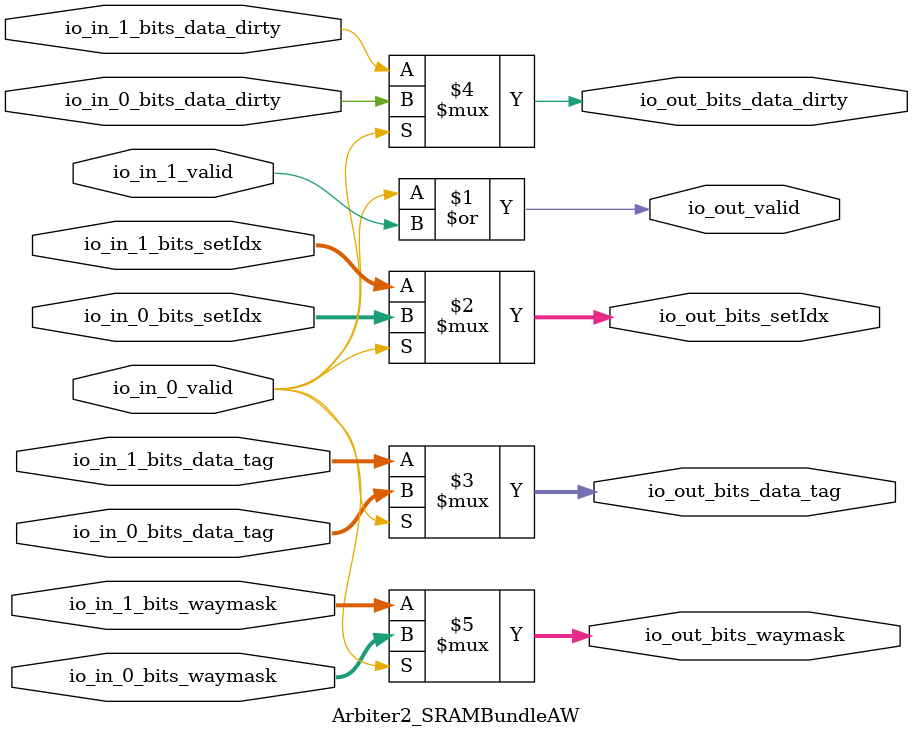
<source format=sv>
`ifndef RANDOMIZE
  `ifdef RANDOMIZE_MEM_INIT
    `define RANDOMIZE
  `endif // RANDOMIZE_MEM_INIT
`endif // not def RANDOMIZE
`ifndef RANDOMIZE
  `ifdef RANDOMIZE_REG_INIT
    `define RANDOMIZE
  `endif // RANDOMIZE_REG_INIT
`endif // not def RANDOMIZE

`ifndef RANDOM
  `define RANDOM $random
`endif // not def RANDOM

// Users can define INIT_RANDOM as general code that gets injected into the
// initializer block for modules with registers.
`ifndef INIT_RANDOM
  `define INIT_RANDOM
`endif // not def INIT_RANDOM

// If using random initialization, you can also define RANDOMIZE_DELAY to
// customize the delay used, otherwise 0.002 is used.
`ifndef RANDOMIZE_DELAY
  `define RANDOMIZE_DELAY 0.002
`endif // not def RANDOMIZE_DELAY

// Define INIT_RANDOM_PROLOG_ for use in our modules below.
`ifndef INIT_RANDOM_PROLOG_
  `ifdef RANDOMIZE
    `ifdef VERILATOR
      `define INIT_RANDOM_PROLOG_ `INIT_RANDOM
    `else  // VERILATOR
      `define INIT_RANDOM_PROLOG_ `INIT_RANDOM #`RANDOMIZE_DELAY begin end
    `endif // VERILATOR
  `else  // RANDOMIZE
    `define INIT_RANDOM_PROLOG_
  `endif // RANDOMIZE
`endif // not def INIT_RANDOM_PROLOG_

// Include register initializers in init blocks unless synthesis is set
`ifndef SYNTHESIS
  `ifndef ENABLE_INITIAL_REG_
    `define ENABLE_INITIAL_REG_
  `endif // not def ENABLE_INITIAL_REG_
`endif // not def SYNTHESIS

// Include rmemory initializers in init blocks unless synthesis is set
`ifndef SYNTHESIS
  `ifndef ENABLE_INITIAL_MEM_
    `define ENABLE_INITIAL_MEM_
  `endif // not def ENABLE_INITIAL_MEM_
`endif // not def SYNTHESIS

// Standard header to adapt well known macros for prints and assertions.

// Users can define 'PRINTF_COND' to add an extra gate to prints.
`ifndef PRINTF_COND_
  `ifdef PRINTF_COND
    `define PRINTF_COND_ (`PRINTF_COND)
  `else  // PRINTF_COND
    `define PRINTF_COND_ 1
  `endif // PRINTF_COND
`endif // not def PRINTF_COND_

// Users can define 'ASSERT_VERBOSE_COND' to add an extra gate to assert error printing.
`ifndef ASSERT_VERBOSE_COND_
  `ifdef ASSERT_VERBOSE_COND
    `define ASSERT_VERBOSE_COND_ (`ASSERT_VERBOSE_COND)
  `else  // ASSERT_VERBOSE_COND
    `define ASSERT_VERBOSE_COND_ 1
  `endif // ASSERT_VERBOSE_COND
`endif // not def ASSERT_VERBOSE_COND_

// Users can define 'STOP_COND' to add an extra gate to stop conditions.
`ifndef STOP_COND_
  `ifdef STOP_COND
    `define STOP_COND_ (`STOP_COND)
  `else  // STOP_COND
    `define STOP_COND_ 1
  `endif // STOP_COND
`endif // not def STOP_COND_

module Arbiter2_SRAMBundleAW(	// src/main/scala/chisel3/util/Arbiter.scala:133:7
  input         io_in_0_valid,	// src/main/scala/chisel3/util/Arbiter.scala:140:14
  input  [6:0]  io_in_0_bits_setIdx,	// src/main/scala/chisel3/util/Arbiter.scala:140:14
  input  [18:0] io_in_0_bits_data_tag,	// src/main/scala/chisel3/util/Arbiter.scala:140:14
  input         io_in_0_bits_data_dirty,	// src/main/scala/chisel3/util/Arbiter.scala:140:14
  input  [3:0]  io_in_0_bits_waymask,	// src/main/scala/chisel3/util/Arbiter.scala:140:14
  input         io_in_1_valid,	// src/main/scala/chisel3/util/Arbiter.scala:140:14
  input  [6:0]  io_in_1_bits_setIdx,	// src/main/scala/chisel3/util/Arbiter.scala:140:14
  input  [18:0] io_in_1_bits_data_tag,	// src/main/scala/chisel3/util/Arbiter.scala:140:14
  input         io_in_1_bits_data_dirty,	// src/main/scala/chisel3/util/Arbiter.scala:140:14
  input  [3:0]  io_in_1_bits_waymask,	// src/main/scala/chisel3/util/Arbiter.scala:140:14
  output        io_out_valid,	// src/main/scala/chisel3/util/Arbiter.scala:140:14
  output [6:0]  io_out_bits_setIdx,	// src/main/scala/chisel3/util/Arbiter.scala:140:14
  output [18:0] io_out_bits_data_tag,	// src/main/scala/chisel3/util/Arbiter.scala:140:14
  output        io_out_bits_data_dirty,	// src/main/scala/chisel3/util/Arbiter.scala:140:14
  output [3:0]  io_out_bits_waymask	// src/main/scala/chisel3/util/Arbiter.scala:140:14
);

  assign io_out_valid = io_in_0_valid | io_in_1_valid;	// src/main/scala/chisel3/util/Arbiter.scala:133:7, :154:31
  assign io_out_bits_setIdx = io_in_0_valid ? io_in_0_bits_setIdx : io_in_1_bits_setIdx;	// src/main/scala/chisel3/util/Arbiter.scala:133:7, :143:15, :145:26, :147:19
  assign io_out_bits_data_tag =
    io_in_0_valid ? io_in_0_bits_data_tag : io_in_1_bits_data_tag;	// src/main/scala/chisel3/util/Arbiter.scala:133:7, :143:15, :145:26, :147:19
  assign io_out_bits_data_dirty =
    io_in_0_valid ? io_in_0_bits_data_dirty : io_in_1_bits_data_dirty;	// src/main/scala/chisel3/util/Arbiter.scala:133:7, :143:15, :145:26, :147:19
  assign io_out_bits_waymask =
    io_in_0_valid ? io_in_0_bits_waymask : io_in_1_bits_waymask;	// src/main/scala/chisel3/util/Arbiter.scala:133:7, :143:15, :145:26, :147:19
endmodule


</source>
